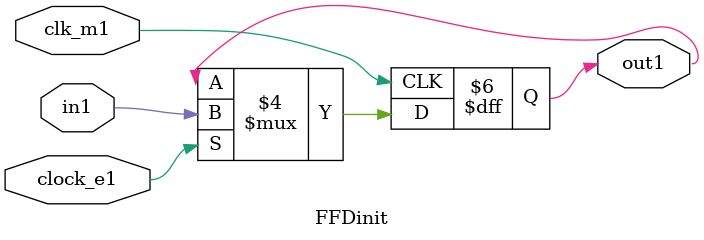
<source format=v>
`timescale 1ns / 1ps

module FFDinit(
    input clk_m1, clock_e1, in1,
    output reg out1=0
    );
    
    always @ (posedge clk_m1) begin
    if (clock_e1==1)
        out1 <= in1;   
    end
endmodule

</source>
